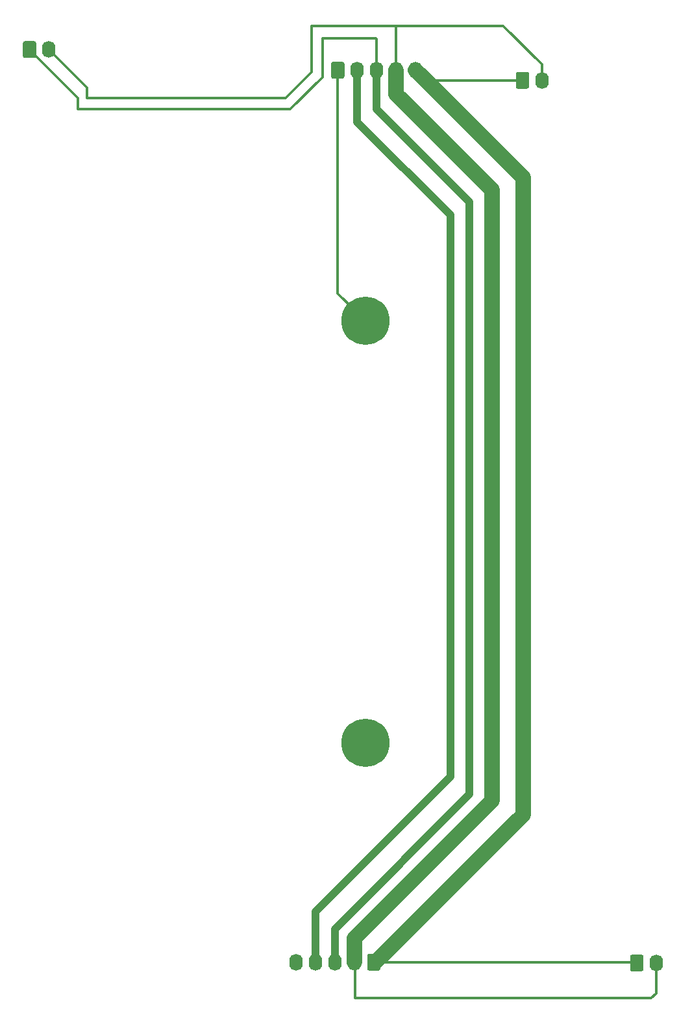
<source format=gbr>
%TF.GenerationSoftware,KiCad,Pcbnew,(5.1.6)-1*%
%TF.CreationDate,2020-08-16T12:36:38+01:00*%
%TF.ProjectId,KiKadAmigaMeanwell,4b694b61-6441-46d6-9967-614d65616e77,1.00*%
%TF.SameCoordinates,Original*%
%TF.FileFunction,Copper,L2,Bot*%
%TF.FilePolarity,Positive*%
%FSLAX46Y46*%
G04 Gerber Fmt 4.6, Leading zero omitted, Abs format (unit mm)*
G04 Created by KiCad (PCBNEW (5.1.6)-1) date 2020-08-16 12:36:38*
%MOMM*%
%LPD*%
G01*
G04 APERTURE LIST*
%TA.AperFunction,ComponentPad*%
%ADD10O,1.740000X2.190000*%
%TD*%
%TA.AperFunction,ComponentPad*%
%ADD11C,6.300000*%
%TD*%
%TA.AperFunction,WasherPad*%
%ADD12C,6.300000*%
%TD*%
%TA.AperFunction,Conductor*%
%ADD13C,1.000000*%
%TD*%
%TA.AperFunction,Conductor*%
%ADD14C,0.350000*%
%TD*%
%TA.AperFunction,Conductor*%
%ADD15C,2.000000*%
%TD*%
G04 APERTURE END LIST*
D10*
%TO.P,5VFan2,2*%
%TO.N,GND*%
X144040000Y-46600000D03*
%TO.P,5VFan2,1*%
%TO.N,+5V*%
%TA.AperFunction,ComponentPad*%
G36*
G01*
X140630000Y-47445001D02*
X140630000Y-45754999D01*
G75*
G02*
X140879999Y-45505000I249999J0D01*
G01*
X142120001Y-45505000D01*
G75*
G02*
X142370000Y-45754999I0J-249999D01*
G01*
X142370000Y-47445001D01*
G75*
G02*
X142120001Y-47695000I-249999J0D01*
G01*
X140879999Y-47695000D01*
G75*
G02*
X140630000Y-47445001I0J249999D01*
G01*
G37*
%TD.AperFunction*%
%TD*%
%TO.P,FromMeanwell1,5*%
%TO.N,Net-(FromMeanwell1-Pad5)*%
X111940000Y-161600000D03*
%TO.P,FromMeanwell1,4*%
%TO.N,-12V*%
X114480000Y-161600000D03*
%TO.P,FromMeanwell1,3*%
%TO.N,+12V*%
X117020000Y-161600000D03*
%TO.P,FromMeanwell1,2*%
%TO.N,GND*%
X119560000Y-161600000D03*
%TO.P,FromMeanwell1,1*%
%TO.N,+5V*%
%TA.AperFunction,ComponentPad*%
G36*
G01*
X122970000Y-160754999D02*
X122970000Y-162445001D01*
G75*
G02*
X122720001Y-162695000I-249999J0D01*
G01*
X121479999Y-162695000D01*
G75*
G02*
X121230000Y-162445001I0J249999D01*
G01*
X121230000Y-160754999D01*
G75*
G02*
X121479999Y-160505000I249999J0D01*
G01*
X122720001Y-160505000D01*
G75*
G02*
X122970000Y-160754999I0J-249999D01*
G01*
G37*
%TD.AperFunction*%
%TD*%
%TO.P,ToAmiga1,5*%
%TO.N,+5V*%
X127560000Y-45300000D03*
%TO.P,ToAmiga1,4*%
%TO.N,GND*%
X125020000Y-45300000D03*
%TO.P,ToAmiga1,3*%
%TO.N,+12V*%
X122480000Y-45300000D03*
%TO.P,ToAmiga1,2*%
%TO.N,-12V*%
X119940000Y-45300000D03*
%TO.P,ToAmiga1,1*%
%TO.N,Earth*%
%TA.AperFunction,ComponentPad*%
G36*
G01*
X116530000Y-46145001D02*
X116530000Y-44454999D01*
G75*
G02*
X116779999Y-44205000I249999J0D01*
G01*
X118020001Y-44205000D01*
G75*
G02*
X118270000Y-44454999I0J-249999D01*
G01*
X118270000Y-46145001D01*
G75*
G02*
X118020001Y-46395000I-249999J0D01*
G01*
X116779999Y-46395000D01*
G75*
G02*
X116530000Y-46145001I0J249999D01*
G01*
G37*
%TD.AperFunction*%
%TD*%
%TO.P,5VFan1,2*%
%TO.N,GND*%
X158940000Y-161700000D03*
%TO.P,5VFan1,1*%
%TO.N,+5V*%
%TA.AperFunction,ComponentPad*%
G36*
G01*
X155530000Y-162545001D02*
X155530000Y-160854999D01*
G75*
G02*
X155779999Y-160605000I249999J0D01*
G01*
X157020001Y-160605000D01*
G75*
G02*
X157270000Y-160854999I0J-249999D01*
G01*
X157270000Y-162545001D01*
G75*
G02*
X157020001Y-162795000I-249999J0D01*
G01*
X155779999Y-162795000D01*
G75*
G02*
X155530000Y-162545001I0J249999D01*
G01*
G37*
%TD.AperFunction*%
%TD*%
%TO.P,12VFan1,2*%
%TO.N,GND*%
X79740000Y-42600000D03*
%TO.P,12VFan1,1*%
%TO.N,+12V*%
%TA.AperFunction,ComponentPad*%
G36*
G01*
X76330000Y-43445001D02*
X76330000Y-41754999D01*
G75*
G02*
X76579999Y-41505000I249999J0D01*
G01*
X77820001Y-41505000D01*
G75*
G02*
X78070000Y-41754999I0J-249999D01*
G01*
X78070000Y-43445001D01*
G75*
G02*
X77820001Y-43695000I-249999J0D01*
G01*
X76579999Y-43695000D01*
G75*
G02*
X76330000Y-43445001I0J249999D01*
G01*
G37*
%TD.AperFunction*%
%TD*%
D11*
%TO.P,Meanwell RT-50B,*%
%TO.N,Earth*%
X121000000Y-78000000D03*
D12*
%TO.N,*%
X121000000Y-133000000D03*
%TD*%
D13*
%TO.N,+12V*%
X117020000Y-161600000D02*
X117020000Y-157280000D01*
X117020000Y-157280000D02*
X134600000Y-139700000D01*
X134600000Y-139700000D02*
X134600000Y-62500000D01*
X122480000Y-50380000D02*
X122480000Y-45300000D01*
X134600000Y-62500000D02*
X122480000Y-50380000D01*
D14*
X115400000Y-41100000D02*
X122400000Y-41100000D01*
X122480000Y-41180000D02*
X122480000Y-45300000D01*
X83505000Y-50400000D02*
X111200000Y-50400000D01*
X111200000Y-50400000D02*
X115400000Y-46200000D01*
X115400000Y-46200000D02*
X115400000Y-41100000D01*
X83505000Y-48905000D02*
X77200000Y-42600000D01*
X83505000Y-50400000D02*
X83505000Y-48905000D01*
D15*
%TO.N,GND*%
X119560000Y-158505000D02*
X137500000Y-140565000D01*
X119560000Y-161600000D02*
X119560000Y-158505000D01*
X137500000Y-60875000D02*
X125020000Y-48395000D01*
X125020000Y-48395000D02*
X125020000Y-45300000D01*
X137500000Y-140565000D02*
X137500000Y-60875000D01*
X125000000Y-45280000D02*
X125020000Y-45300000D01*
D14*
X125000000Y-39500000D02*
X125000000Y-45280000D01*
X124900000Y-39500000D02*
X125000000Y-39500000D01*
X144040000Y-46600000D02*
X144040000Y-45624374D01*
X144040000Y-44540000D02*
X144040000Y-46600000D01*
X124900000Y-39500000D02*
X139000000Y-39500000D01*
X139000000Y-39500000D02*
X144040000Y-44540000D01*
X114000000Y-39500000D02*
X114000000Y-45500000D01*
X124900000Y-39500000D02*
X114000000Y-39500000D01*
X114000000Y-45500000D02*
X110600000Y-48900000D01*
X110600000Y-48900000D02*
X84700000Y-48900000D01*
X84700000Y-47560000D02*
X79740000Y-42600000D01*
X84700000Y-48900000D02*
X84700000Y-47560000D01*
X158300000Y-166300000D02*
X158940000Y-165660000D01*
X158940000Y-165660000D02*
X158940000Y-161700000D01*
X119700000Y-166300000D02*
X158300000Y-166300000D01*
X119700000Y-161740000D02*
X119560000Y-161600000D01*
X119700000Y-166300000D02*
X119700000Y-161740000D01*
D15*
%TO.N,+5V*%
X141549999Y-142350001D02*
X141549999Y-59289999D01*
X141549999Y-59289999D02*
X127560000Y-45300000D01*
X122300000Y-161600000D02*
X141549999Y-142350001D01*
D14*
X141500000Y-46600000D02*
X128860000Y-46600000D01*
X122100000Y-161600000D02*
X156300000Y-161600000D01*
D13*
%TO.N,-12V*%
X114480000Y-161600000D02*
X114480000Y-155020000D01*
X114480000Y-155020000D02*
X132100000Y-137400000D01*
X132100000Y-137400000D02*
X132100000Y-64200000D01*
X119940000Y-52040000D02*
X119940000Y-45300000D01*
X132100000Y-64200000D02*
X119940000Y-52040000D01*
D14*
%TO.N,Earth*%
X117400000Y-74400000D02*
X121000000Y-78000000D01*
X117400000Y-45300000D02*
X117400000Y-74400000D01*
%TD*%
M02*

</source>
